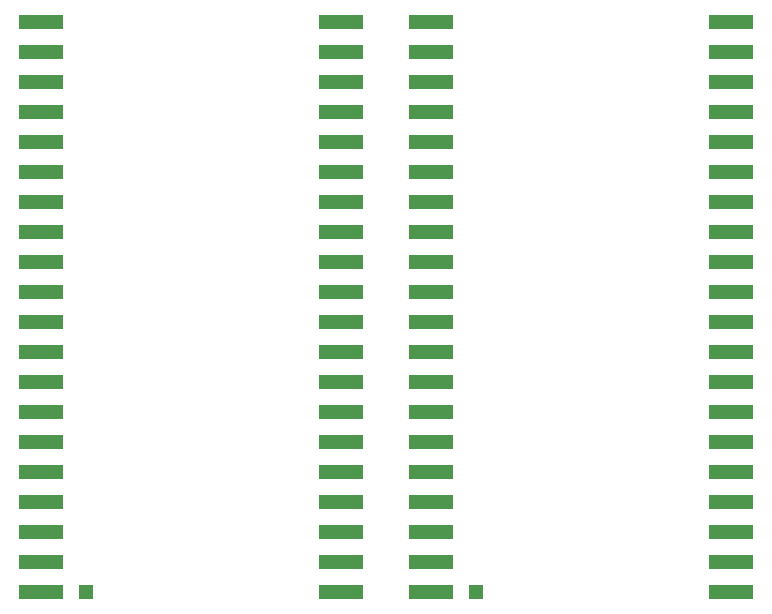
<source format=gtp>
G75*
%MOIN*%
%OFA0B0*%
%FSLAX25Y25*%
%IPPOS*%
%LPD*%
%AMOC8*
5,1,8,0,0,1.08239X$1,22.5*
%
%ADD10R,0.15000X0.05000*%
%ADD11R,0.05000X0.05000*%
D10*
X0053750Y0103650D03*
X0053750Y0113650D03*
X0053750Y0123650D03*
X0053750Y0133650D03*
X0053750Y0143650D03*
X0053750Y0153650D03*
X0053750Y0163650D03*
X0053750Y0173650D03*
X0053750Y0183650D03*
X0053750Y0193650D03*
X0053750Y0203650D03*
X0053750Y0213650D03*
X0053750Y0223650D03*
X0053750Y0233650D03*
X0053750Y0243650D03*
X0053750Y0253650D03*
X0053750Y0263650D03*
X0053750Y0273650D03*
X0053750Y0283650D03*
X0053750Y0293650D03*
X0153750Y0293650D03*
X0153750Y0283650D03*
X0153750Y0273650D03*
X0153750Y0263650D03*
X0153750Y0253650D03*
X0153750Y0243650D03*
X0153750Y0233650D03*
X0153750Y0223650D03*
X0153750Y0213650D03*
X0153750Y0203650D03*
X0153750Y0193650D03*
X0153750Y0183650D03*
X0153750Y0173650D03*
X0153750Y0163650D03*
X0153750Y0153650D03*
X0153750Y0143650D03*
X0153750Y0133650D03*
X0153750Y0123650D03*
X0153750Y0113650D03*
X0153750Y0103650D03*
X0183750Y0103650D03*
X0183750Y0113650D03*
X0183750Y0123650D03*
X0183750Y0133650D03*
X0183750Y0143650D03*
X0183750Y0153650D03*
X0183750Y0163650D03*
X0183750Y0173650D03*
X0183750Y0183650D03*
X0183750Y0193650D03*
X0183750Y0203650D03*
X0183750Y0213650D03*
X0183750Y0223650D03*
X0183750Y0233650D03*
X0183750Y0243650D03*
X0183750Y0253650D03*
X0183750Y0263650D03*
X0183750Y0273650D03*
X0183750Y0283650D03*
X0183750Y0293650D03*
X0283750Y0293650D03*
X0283750Y0283650D03*
X0283750Y0273650D03*
X0283750Y0263650D03*
X0283750Y0253650D03*
X0283750Y0243650D03*
X0283750Y0233650D03*
X0283750Y0223650D03*
X0283750Y0213650D03*
X0283750Y0203650D03*
X0283750Y0193650D03*
X0283750Y0183650D03*
X0283750Y0173650D03*
X0283750Y0163650D03*
X0283750Y0153650D03*
X0283750Y0143650D03*
X0283750Y0133650D03*
X0283750Y0123650D03*
X0283750Y0113650D03*
X0283750Y0103650D03*
D11*
X0198750Y0103650D03*
X0068750Y0103650D03*
M02*

</source>
